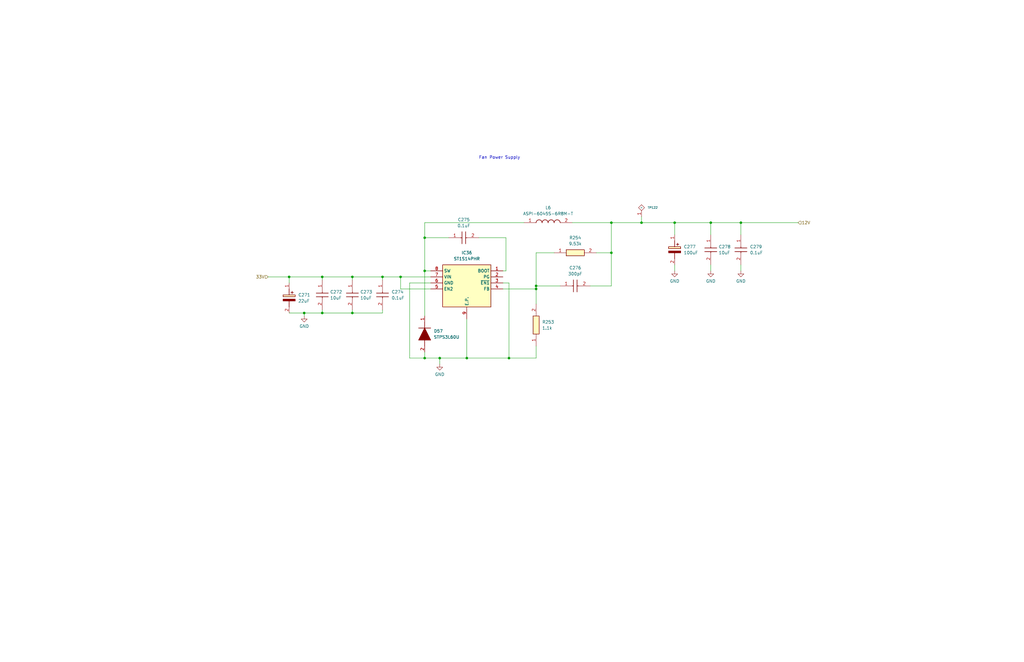
<source format=kicad_sch>
(kicad_sch (version 20230121) (generator eeschema)
  (paper "B")
  (lib_symbols
    (symbol "Audio System:865080343009" (pin_names hide)
      (property "Reference" "C" (at 8.89 6.35 0))
      (property "Value" "865080343009" (at 8.89 3.81 0))
      (symbol "865080343009_1_1"
        (polyline (pts (xy 2.54 0) (xy 5.08 0)) (stroke (width 0.254)))
        (polyline (pts (xy 4.064 1.778) (xy 4.064 0.762)) (stroke (width 0.254)))
        (polyline (pts (xy 4.572 1.27) (xy 3.556 1.27)) (stroke (width 0.254)))
        (polyline (pts (xy 7.62 0) (xy 10.16 0)) (stroke (width 0.254)))
        (polyline (pts (xy 7.62 2.54) (xy 7.62 -2.54) (xy 6.858 -2.54) (xy 6.858 2.54) (xy 7.62 2.54)) (stroke (width 0.254)) (fill (type outline)))
        (rectangle (start 5.08 2.54) (end 5.842 -2.54) (stroke (width 0.254)) (fill (type background)))
        (pin passive line (at 0 0 0) (length 2.54) (name "+") (number "1"))
        (pin passive line (at 12.7 0 180) (length 2.54) (name "-") (number "2"))
      )
    )
    (symbol "Audio System:ASPI-6045S-6R8M-T" (pin_names hide)
      (property "Reference" "L" (at 16.51 6.35 0))
      (property "Value" "ASPI-6045S-6R8M-T" (at 16.51 3.81 0))
      (symbol "ASPI-6045S-6R8M-T_1_1"
        (arc (start 7.62 0) (mid 6.35 1.219) (end 5.08 0) (stroke (width 0.254)))
        (arc (start 10.16 0) (mid 8.89 1.219) (end 7.62 0) (stroke (width 0.254)))
        (arc (start 12.7 0) (mid 11.43 1.219) (end 10.16 0) (stroke (width 0.254)))
        (arc (start 15.24 0) (mid 13.97 1.219) (end 12.7 0) (stroke (width 0.254)))
        (pin passive line (at 0 0 0) (length 5.08) (name "1") (number "1"))
        (pin passive line (at 20.32 0 180) (length 5.08) (name "2") (number "2"))
      )
    )
    (symbol "Audio System:C0603C104M5RACTU" (pin_names hide)
      (property "Reference" "C" (at 8.89 6.35 0))
      (property "Value" "C0603C104M5RACTU" (at 8.89 3.81 0))
      (symbol "C0603C104M5RACTU_1_1"
        (polyline (pts (xy 5.08 0) (xy 5.588 0)) (stroke (width 0.254)))
        (polyline (pts (xy 5.588 2.54) (xy 5.588 -2.54)) (stroke (width 0.254)))
        (polyline (pts (xy 7.112 0) (xy 7.62 0)) (stroke (width 0.254)))
        (polyline (pts (xy 7.112 2.54) (xy 7.112 -2.54)) (stroke (width 0.254)))
        (pin passive line (at 0 0 0) (length 5.08) (name "1") (number "1"))
        (pin passive line (at 12.7 0 180) (length 5.08) (name "2") (number "2"))
      )
    )
    (symbol "Audio System:CL31A106MBHNNNE" (pin_names hide)
      (property "Reference" "C" (at 8.89 6.35 0))
      (property "Value" "CL31A106MBHNNNE" (at 8.89 3.81 0))
      (symbol "CL31A106MBHNNNE_1_1"
        (polyline (pts (xy 5.08 0) (xy 5.588 0)) (stroke (width 0.254)))
        (polyline (pts (xy 5.588 2.54) (xy 5.588 -2.54)) (stroke (width 0.254)))
        (polyline (pts (xy 7.112 0) (xy 7.62 0)) (stroke (width 0.254)))
        (polyline (pts (xy 7.112 2.54) (xy 7.112 -2.54)) (stroke (width 0.254)))
        (pin passive line (at 0 0 0) (length 5.08) (name "1") (number "1"))
        (pin passive line (at 12.7 0 180) (length 5.08) (name "2") (number "2"))
      )
    )
    (symbol "Audio System:EEU-FR1H100B" (pin_names hide)
      (property "Reference" "C" (at 8.89 6.35 0))
      (property "Value" "EEU-FR1H100B" (at 8.89 3.81 0))
      (symbol "EEU-FR1H100B_1_1"
        (polyline (pts (xy 2.54 0) (xy 5.08 0)) (stroke (width 0.254)))
        (polyline (pts (xy 4.064 1.778) (xy 4.064 0.762)) (stroke (width 0.254)))
        (polyline (pts (xy 4.572 1.27) (xy 3.556 1.27)) (stroke (width 0.254)))
        (polyline (pts (xy 7.62 0) (xy 10.16 0)) (stroke (width 0.254)))
        (polyline (pts (xy 7.62 2.54) (xy 7.62 -2.54) (xy 6.858 -2.54) (xy 6.858 2.54) (xy 7.62 2.54)) (stroke (width 0.254)) (fill (type outline)))
        (rectangle (start 5.08 2.54) (end 5.842 -2.54) (stroke (width 0.254)) (fill (type background)))
        (pin passive line (at 0 0 0) (length 2.54) (name "+") (number "1"))
        (pin passive line (at 12.7 0 180) (length 2.54) (name "-") (number "2"))
      )
    )
    (symbol "Audio System:GCM1555C1H301JA16D" (pin_names hide)
      (property "Reference" "C" (at 8.89 6.35 0))
      (property "Value" "GCM1555C1H301JA16D" (at 8.89 3.81 0))
      (symbol "GCM1555C1H301JA16D_1_1"
        (polyline (pts (xy 5.08 0) (xy 5.588 0)) (stroke (width 0.254)))
        (polyline (pts (xy 5.588 2.54) (xy 5.588 -2.54)) (stroke (width 0.254)))
        (polyline (pts (xy 7.112 0) (xy 7.62 0)) (stroke (width 0.254)))
        (polyline (pts (xy 7.112 2.54) (xy 7.112 -2.54)) (stroke (width 0.254)))
        (pin passive line (at 0 0 0) (length 5.08) (name "1") (number "1"))
        (pin passive line (at 12.7 0 180) (length 5.08) (name "2") (number "2"))
      )
    )
    (symbol "Audio System:RC0603FR-071K1L" (pin_names hide)
      (property "Reference" "R" (at 13.97 6.35 0))
      (property "Value" "RC0603FR-071K1L" (at 13.97 3.81 0))
      (symbol "RC0603FR-071K1L_1_1"
        (rectangle (start 5.08 1.27) (end 12.7 -1.27) (stroke (width 0.254)) (fill (type background)))
        (pin passive line (at 0 0 0) (length 5.08) (name "1") (number "1"))
        (pin passive line (at 17.78 0 180) (length 5.08) (name "2") (number "2"))
      )
    )
    (symbol "Audio System:RC0603FR-079K53L" (pin_names hide)
      (property "Reference" "R" (at 13.97 6.35 0))
      (property "Value" "RC0603FR-079K53L" (at 13.97 3.81 0))
      (symbol "RC0603FR-079K53L_1_1"
        (rectangle (start 5.08 1.27) (end 12.7 -1.27) (stroke (width 0.254)) (fill (type background)))
        (pin passive line (at 0 0 0) (length 5.08) (name "1") (number "1"))
        (pin passive line (at 17.78 0 180) (length 5.08) (name "2") (number "2"))
      )
    )
    (symbol "Audio System:ST1S14PHR"
      (property "Reference" "IC" (at 26.67 7.62 0))
      (property "Value" "ST1S14PHR" (at 26.67 5.08 0))
      (symbol "ST1S14PHR_1_1"
        (rectangle (start 5.08 2.54) (end 25.4 -15.24) (stroke (width 0.254)) (fill (type background)))
        (pin passive line (at 0 0 0) (length 5.08) (name "BOOT") (number "1"))
        (pin passive line (at 0 -2.54 0) (length 5.08) (name "PG") (number "2"))
        (pin passive line (at 0 -5.08 0) (length 5.08) (name "~{EN1}") (number "3"))
        (pin passive line (at 0 -7.62 0) (length 5.08) (name "FB") (number "4"))
        (pin passive line (at 30.48 -7.62 180) (length 5.08) (name "EN2") (number "5"))
        (pin passive line (at 30.48 -5.08 180) (length 5.08) (name "GND") (number "6"))
        (pin passive line (at 30.48 -2.54 180) (length 5.08) (name "VIN") (number "7"))
        (pin passive line (at 30.48 0 180) (length 5.08) (name "SW") (number "8"))
        (pin passive line (at 15.24 -20.32 90) (length 5.08) (name "E.P.") (number "9"))
      )
    )
    (symbol "Audio System:STPS3L60U" (pin_names hide)
      (property "Reference" "D" (at 11.43 5.08 0))
      (property "Value" "STPS3L60U" (at 11.43 2.54 0))
      (symbol "STPS3L60U_1_1"
        (polyline (pts (xy 2.54 0) (xy 5.08 0)) (stroke (width 0.254)))
        (polyline (pts (xy 5.08 2.54) (xy 5.08 -2.54)) (stroke (width 0.254)))
        (polyline (pts (xy 10.16 0) (xy 12.7 0)) (stroke (width 0.254)))
        (polyline (pts (xy 5.08 0) (xy 10.16 2.54) (xy 10.16 -2.54) (xy 5.08 0)) (stroke (width 0.254)) (fill (type outline)))
        (pin passive line (at 0 0 0) (length 2.54) (name "K") (number "1"))
        (pin passive line (at 15.24 0 180) (length 2.54) (name "A") (number "2"))
      )
    )
    (symbol "Audio System:TP"
      (property "Reference" "TP" (at 2.54 -1.27 0))
      (symbol "TP_0_1"
        (polyline (pts (xy 0 -1.27) (xy 1.27 0) (xy 0 1.27) (xy -1.27 0) (xy 0 -1.27)))
      )
      (symbol "TP_1_1"
        (pin input line (at 0 -3.81 90) (length 2.54) (name "") (number "1"))
      )
    )
    (symbol "power:GND" (power) (pin_names (offset 0))
      (property "Value" "GND" (at 0 -3.81 0))
      (symbol "GND_0_1"
        (polyline (pts (xy 0 0) (xy 0 -1.27) (xy 1.27 -1.27) (xy 0 -2.54) (xy -1.27 -1.27) (xy 0 -1.27)))
      )
      (symbol "GND_1_1"
        (pin power_in line (at 0 0 270) (length 0) hide (name "GND") (number "1"))
      )
    )
  )
  (junction (at 270.51 93.98))
  (junction (at 179.07 151.13))
  (junction (at 196.85 151.13))
  (junction (at 135.89 116.84))
  (junction (at 135.89 132.08))
  (junction (at 299.72 93.98))
  (junction (at 128.27 132.08))
  (junction (at 257.81 106.68))
  (junction (at 226.06 121.92))
  (junction (at 284.48 93.98))
  (junction (at 226.06 120.65))
  (junction (at 168.91 116.84))
  (junction (at 148.59 132.08))
  (junction (at 257.81 93.98))
  (junction (at 179.07 100.33))
  (junction (at 148.59 116.84))
  (junction (at 121.92 116.84))
  (junction (at 185.42 151.13))
  (junction (at 161.29 116.84))
  (junction (at 312.42 93.98))
  (junction (at 214.63 151.13))
  (junction (at 179.07 114.3))
  (wire (pts (xy 299.72 93.98) (xy 299.72 99.06)))
  (wire (pts (xy 181.61 119.38) (xy 172.72 119.38)))
  (wire (pts (xy 312.42 111.76) (xy 312.42 114.3)))
  (wire (pts (xy 226.06 121.92) (xy 226.06 128.27)))
  (wire (pts (xy 299.72 93.98) (xy 312.42 93.98)))
  (wire (pts (xy 284.48 111.76) (xy 284.48 114.3)))
  (wire (pts (xy 270.51 91.44) (xy 270.51 93.98)))
  (wire (pts (xy 214.63 119.38) (xy 214.63 151.13)))
  (wire (pts (xy 128.27 132.08) (xy 128.27 133.35)))
  (wire (pts (xy 270.51 93.98) (xy 284.48 93.98)))
  (wire (pts (xy 257.81 93.98) (xy 270.51 93.98)))
  (wire (pts (xy 148.59 118.11) (xy 148.59 116.84)))
  (wire (pts (xy 113.03 116.84) (xy 121.92 116.84)))
  (wire (pts (xy 135.89 116.84) (xy 148.59 116.84)))
  (wire (pts (xy 172.72 119.38) (xy 172.72 151.13)))
  (wire (pts (xy 179.07 151.13) (xy 172.72 151.13)))
  (wire (pts (xy 135.89 130.81) (xy 135.89 132.08)))
  (wire (pts (xy 161.29 132.08) (xy 148.59 132.08)))
  (wire (pts (xy 284.48 93.98) (xy 299.72 93.98)))
  (wire (pts (xy 121.92 116.84) (xy 135.89 116.84)))
  (wire (pts (xy 213.36 114.3) (xy 213.36 100.33)))
  (wire (pts (xy 212.09 121.92) (xy 226.06 121.92)))
  (wire (pts (xy 214.63 151.13) (xy 196.85 151.13)))
  (wire (pts (xy 196.85 134.62) (xy 196.85 151.13)))
  (wire (pts (xy 148.59 116.84) (xy 161.29 116.84)))
  (wire (pts (xy 233.68 106.68) (xy 226.06 106.68)))
  (wire (pts (xy 179.07 148.59) (xy 179.07 151.13)))
  (wire (pts (xy 179.07 93.98) (xy 220.98 93.98)))
  (wire (pts (xy 226.06 151.13) (xy 226.06 146.05)))
  (wire (pts (xy 312.42 93.98) (xy 312.42 99.06)))
  (wire (pts (xy 185.42 151.13) (xy 196.85 151.13)))
  (wire (pts (xy 168.91 121.92) (xy 168.91 116.84)))
  (wire (pts (xy 248.92 120.65) (xy 257.81 120.65)))
  (wire (pts (xy 161.29 116.84) (xy 161.29 118.11)))
  (wire (pts (xy 185.42 151.13) (xy 179.07 151.13)))
  (wire (pts (xy 226.06 120.65) (xy 226.06 121.92)))
  (wire (pts (xy 189.23 100.33) (xy 179.07 100.33)))
  (wire (pts (xy 179.07 100.33) (xy 179.07 114.3)))
  (wire (pts (xy 236.22 120.65) (xy 226.06 120.65)))
  (wire (pts (xy 226.06 106.68) (xy 226.06 120.65)))
  (wire (pts (xy 168.91 116.84) (xy 181.61 116.84)))
  (wire (pts (xy 212.09 119.38) (xy 214.63 119.38)))
  (wire (pts (xy 121.92 132.08) (xy 128.27 132.08)))
  (wire (pts (xy 241.3 93.98) (xy 257.81 93.98)))
  (wire (pts (xy 135.89 132.08) (xy 148.59 132.08)))
  (wire (pts (xy 312.42 93.98) (xy 336.55 93.98)))
  (wire (pts (xy 251.46 106.68) (xy 257.81 106.68)))
  (wire (pts (xy 213.36 100.33) (xy 201.93 100.33)))
  (wire (pts (xy 181.61 121.92) (xy 168.91 121.92)))
  (wire (pts (xy 135.89 118.11) (xy 135.89 116.84)))
  (wire (pts (xy 179.07 114.3) (xy 179.07 133.35)))
  (wire (pts (xy 257.81 106.68) (xy 257.81 120.65)))
  (wire (pts (xy 148.59 132.08) (xy 148.59 130.81)))
  (wire (pts (xy 161.29 130.81) (xy 161.29 132.08)))
  (wire (pts (xy 299.72 111.76) (xy 299.72 114.3)))
  (wire (pts (xy 161.29 116.84) (xy 168.91 116.84)))
  (wire (pts (xy 212.09 114.3) (xy 213.36 114.3)))
  (wire (pts (xy 185.42 151.13) (xy 185.42 153.67)))
  (wire (pts (xy 179.07 100.33) (xy 179.07 93.98)))
  (wire (pts (xy 179.07 114.3) (xy 181.61 114.3)))
  (wire (pts (xy 121.92 116.84) (xy 121.92 119.38)))
  (wire (pts (xy 226.06 151.13) (xy 214.63 151.13)))
  (wire (pts (xy 284.48 93.98) (xy 284.48 99.06)))
  (wire (pts (xy 257.81 93.98) (xy 257.81 106.68)))
  (wire (pts (xy 128.27 132.08) (xy 135.89 132.08)))
  (text "Fan Power Supply\n" (at 201.93 67.31 0) (effects (font (size 1.27 1.27)) (justify left bottom)))
  (hierarchical_label "12V" (shape input) (at 336.55 93.98 0))
  (hierarchical_label "33V" (shape input) (at 113.03 116.84 180))
  (symbol (lib_id "power:GND") (at 284.48 114.3 0) (unit 1)
    (property "Reference" "#PWR0316" (effects hide))
    (property "Value" "GND" (at 284.48 118.618 0))
  )
  (symbol (lib_id "Audio System:CL31A106MBHNNNE") (at 299.72 99.06 270) (unit 1)
    (property "Reference" "C278" (at 303.022 104.14 90) (effects (justify left)))
    (property "Value" "10uF" (at 303.022 106.68 90) (effects (justify left)))
    (property "Footprint" "CAPC3216X180N" (effects hide))
    (property "Datasheet" "https://media.digikey.com/pdf/Data%20Sheets/Samsung%20PDFs/CL_Series_MLCC_ds.pdf" (effects hide))
    (property "Height" "1.8" (effects hide))
    (property "Manufacturer_Name" "SAMSUNG" (effects hide))
    (property "Manufacturer_Part_Number" "CL31A106MBHNNNE" (effects hide))
    (property "Mouser Part Number" "187-CL31A106MBHNNNE" (effects hide))
    (property "Mouser Price/Stock" "https://www.mouser.co.uk/ProductDetail/Samsung-Electro-Mechanics/CL31A106MBHNNNE?qs=vLWxofP3U2ynwxdpGjlUyw%3D%3D" (effects hide))
    (property "Arrow Part Number" "CL31A106MBHNNNE" (effects hide))
    (property "Arrow Price/Stock" "https://www.arrow.com/en/products/cl31a106mbhnnne/samsung-electro-mechanics?region=nac" (effects hide))
  )
  (symbol (lib_id "power:GND") (at 185.42 153.67 0) (unit 1)
    (property "Reference" "#PWR0315" (effects hide))
    (property "Value" "GND" (at 185.42 157.988 0))
  )
  (symbol (lib_id "Audio System:CL31A106MBHNNNE") (at 148.59 118.11 270) (unit 1)
    (property "Reference" "C273" (at 151.892 123.19 90) (effects (justify left)))
    (property "Value" "10uF" (at 151.892 125.73 90) (effects (justify left)))
    (property "Footprint" "CAPC3216X180N" (effects hide))
    (property "Datasheet" "https://media.digikey.com/pdf/Data%20Sheets/Samsung%20PDFs/CL_Series_MLCC_ds.pdf" (effects hide))
    (property "Height" "1.8" (effects hide))
    (property "Manufacturer_Name" "SAMSUNG" (effects hide))
    (property "Manufacturer_Part_Number" "CL31A106MBHNNNE" (effects hide))
    (property "Mouser Part Number" "187-CL31A106MBHNNNE" (effects hide))
    (property "Mouser Price/Stock" "https://www.mouser.co.uk/ProductDetail/Samsung-Electro-Mechanics/CL31A106MBHNNNE?qs=vLWxofP3U2ynwxdpGjlUyw%3D%3D" (effects hide))
    (property "Arrow Part Number" "CL31A106MBHNNNE" (effects hide))
    (property "Arrow Price/Stock" "https://www.arrow.com/en/products/cl31a106mbhnnne/samsung-electro-mechanics?region=nac" (effects hide))
  )
  (symbol (lib_id "Audio System:C0603C104M5RACTU") (at 312.42 99.06 270) (unit 1)
    (property "Reference" "C279" (at 316.23 104.14 90) (effects (justify left)))
    (property "Value" "0.1uF" (at 316.23 106.68 90) (effects (justify left)))
    (property "Footprint" "C0603" (effects hide))
    (property "Datasheet" "https://content.kemet.com/datasheets/KEM_C1002_X7R_SMD.pdf" (effects hide))
    (property "Height" "0.87" (effects hide))
    (property "Manufacturer_Name" "KEMET" (effects hide))
    (property "Manufacturer_Part_Number" "C0603C104M5RACTU" (effects hide))
    (property "Mouser Part Number" "80-C0603C104M5R" (effects hide))
    (property "Mouser Price/Stock" "https://www.mouser.co.uk/ProductDetail/KEMET/C0603C104M5RACTU?qs=YkRtRX%252BfoqJT%252B0m410IP4A%3D%3D" (effects hide))
    (property "Arrow Part Number" "C0603C104M5RACTU" (effects hide))
    (property "Arrow Price/Stock" "https://www.arrow.com/en/products/c0603c104m5ractu/kemet-corporation?utm_currency=USD&region=nac" (effects hide))
  )
  (symbol (lib_id "Audio System:RC0603FR-079K53L") (at 233.68 106.68 0) (unit 1)
    (property "Reference" "R254" (at 242.57 100.33 0))
    (property "Value" "9.53k" (at 242.57 102.87 0))
    (property "Footprint" "RESC1608X55N" (effects hide))
    (property "Datasheet" "http://www.yageo.com/documents/recent/PYu-RC0603_51_RoHS_L_v5.pdf" (effects hide))
    (property "Height" "0.55" (effects hide))
    (property "Manufacturer_Name" "KEMET" (effects hide))
    (property "Manufacturer_Part_Number" "RC0603FR-079K53L" (effects hide))
    (property "Mouser Part Number" "603-RC0603FR-079K53L" (effects hide))
    (property "Mouser Price/Stock" "https://www.mouser.co.uk/ProductDetail/Yageo/RC0603FR-079K53L?qs=2cAdsCoAWREFD9FeX3CIhg%3D%3D" (effects hide))
    (property "Arrow Part Number" "RC0603FR-079K53L" (effects hide))
    (property "Arrow Price/Stock" "https://www.arrow.com/en/products/rc0603fr-079k53l/yageo" (effects hide))
  )
  (symbol (lib_id "Audio System:TP") (at 270.51 87.63 0) (unit 1) (in_bom no)
    (property "Reference" "TP122" (at 273.05 87.6299 0) (effects (font (size 0.9 0.9)) (justify left)))
    (property "Value" "~" (at 270.51 87.63 0))
    (property "Footprint" "Audio System:TP" (effects hide))
    (property "Sim.Enable" "0" (effects hide))
  )
  (symbol (lib_id "Audio System:STPS3L60U") (at 179.07 133.35 270) (unit 1)
    (property "Reference" "D57" (at 182.88 139.7 90) (effects (justify left)))
    (property "Value" "STPS3L60U" (at 182.88 142.24 90) (effects (justify left)))
    (property "Footprint" "SMBJ50CA" (effects hide))
    (property "Datasheet" "http://www.st.com/web/en/resource/technical/document/datasheet/CD00002286.pdf" (effects hide))
    (property "Height" "2.65" (effects hide))
    (property "Manufacturer_Name" "STMicroelectronics" (effects hide))
    (property "Manufacturer_Part_Number" "STPS3L60U" (effects hide))
    (property "Mouser Part Number" "511-STPS3L60U" (effects hide))
    (property "Mouser Price/Stock" "https://www.mouser.co.uk/ProductDetail/STMicroelectronics/STPS3L60U?qs=NP3vpjCFX6iwV3DBAjttBw%3D%3D" (effects hide))
    (property "Arrow Part Number" "STPS3L60U" (effects hide))
    (property "Arrow Price/Stock" "https://www.arrow.com/en/products/stps3l60u/stmicroelectronics?region=europe" (effects hide))
  )
  (symbol (lib_id "Audio System:ASPI-6045S-6R8M-T") (at 220.98 93.98 0) (unit 1)
    (property "Reference" "L6" (at 231.14 87.63 0))
    (property "Value" "ASPI-6045S-6R8M-T" (at 231.14 90.17 0))
    (property "Footprint" "ASPI-6045S" (effects hide))
    (property "Datasheet" "https://abracon.com/Magnetics/power/ASPI-6045S.pdf" (effects hide))
    (property "Height" "4.5" (effects hide))
    (property "Manufacturer_Name" "ABRACON" (effects hide))
    (property "Manufacturer_Part_Number" "ASPI-6045S-6R8M-T" (effects hide))
    (property "Mouser Part Number" "815-ASPI-6045S-6R8MT" (effects hide))
    (property "Mouser Price/Stock" "https://www.mouser.co.uk/ProductDetail/ABRACON/ASPI-6045S-6R8M-T?qs=Y3s8Jkk9bu9mAbWIGyDq8w%3D%3D" (effects hide))
    (property "Arrow Part Number" "ASPI-6045S-6R8M-T" (effects hide))
    (property "Arrow Price/Stock" "https://www.arrow.com/en/products/aspi-6045s-6r8m-t/abracon?region=europe" (effects hide))
  )
  (symbol (lib_id "Audio System:RC0603FR-071K1L") (at 226.06 146.05 90) (unit 1)
    (property "Reference" "R253" (at 228.6 135.89 90) (effects (justify right)))
    (property "Value" "1.1k" (at 228.6 138.43 90) (effects (justify right)))
    (property "Footprint" "RESC1608X55N" (effects hide))
    (property "Datasheet" "https://www.mouser.com/datasheet/2/447/PYu-RC_Group_51_RoHS_L_9-1314892.pdf" (effects hide))
    (property "Height" "0.55" (effects hide))
    (property "Manufacturer_Name" "YAGEO" (effects hide))
    (property "Manufacturer_Part_Number" "RC0603FR-071K1L" (effects hide))
    (property "Mouser Part Number" "603-RC0603FR-071K1L" (effects hide))
    (property "Mouser Price/Stock" "https://www.mouser.co.uk/ProductDetail/YAGEO/RC0603FR-071K1L?qs=qOORb529CA13A6%252BuNPCZDQ%3D%3D" (effects hide))
  )
  (symbol (lib_id "Audio System:865080343009") (at 284.48 99.06 270) (unit 1)
    (property "Reference" "C277" (at 288.29 104.14 90) (effects (justify left)))
    (property "Value" "100uF" (at 288.29 106.68 90) (effects (justify left)))
    (property "Footprint" "865080343009" (effects hide))
    (property "Datasheet" "https://www.we-online.com/components/products/datasheet/865080343009.pdf" (effects hide))
    (property "Height" "5" (effects hide))
    (property "Manufacturer_Name" "Wurth Elektronik" (effects hide))
    (property "Manufacturer_Part_Number" "865080343009" (effects hide))
    (property "Mouser Part Number" "710-865080343009" (effects hide))
    (property "Mouser Price/Stock" "https://www.mouser.co.uk/ProductDetail/Wurth-Elektronik/865080343009?qs=0KOYDY2FL28Gid9q%2FqirTQ%3D%3D" (effects hide))
  )
  (symbol (lib_id "Audio System:C0603C104M5RACTU") (at 189.23 100.33 0) (unit 1)
    (property "Reference" "C275" (at 195.58 92.71 0))
    (property "Value" "0.1uF" (at 195.58 95.25 0))
    (property "Footprint" "C0603" (effects hide))
    (property "Datasheet" "https://content.kemet.com/datasheets/KEM_C1002_X7R_SMD.pdf" (effects hide))
    (property "Height" "0.87" (effects hide))
    (property "Manufacturer_Name" "KEMET" (effects hide))
    (property "Manufacturer_Part_Number" "C0603C104M5RACTU" (effects hide))
    (property "Mouser Part Number" "80-C0603C104M5R" (effects hide))
    (property "Mouser Price/Stock" "https://www.mouser.co.uk/ProductDetail/KEMET/C0603C104M5RACTU?qs=YkRtRX%252BfoqJT%252B0m410IP4A%3D%3D" (effects hide))
    (property "Arrow Part Number" "C0603C104M5RACTU" (effects hide))
    (property "Arrow Price/Stock" "https://www.arrow.com/en/products/c0603c104m5ractu/kemet-corporation?utm_currency=USD&region=nac" (effects hide))
  )
  (symbol (lib_id "Audio System:EEU-FR1H100B") (at 121.92 119.38 270) (unit 1)
    (property "Reference" "C271" (at 125.73 124.46 90) (effects (justify left)))
    (property "Value" "22uF" (at 125.73 127 90) (effects (justify left)))
    (property "Footprint" "CAPPRD200W55D500H1250" (effects hide))
    (property "Datasheet" "http://industrial.panasonic.com/cdbs/www-data/pdf/RDF0000/ABA0000C1259.pdf" (effects hide))
    (property "Height" "12.5" (effects hide))
    (property "Manufacturer_Name" "Panasonic" (effects hide))
    (property "Manufacturer_Part_Number" "EEU-FR1H100B" (effects hide))
    (property "Mouser Part Number" "667-EEU-FR1H100B" (effects hide))
    (property "Mouser Price/Stock" "https://www.mouser.co.uk/ProductDetail/Panasonic/EEU-FR1H100B?qs=tfZGHB2PWd1xuGJO0KXeNw%3D%3D" (effects hide))
    (property "Arrow Part Number" "EEU-FR1H100B" (effects hide))
    (property "Arrow Price/Stock" "https://www.arrow.com/en/products/eeu-fr1h100b/panasonic?region=nac" (effects hide))
  )
  (symbol (lib_id "Audio System:CL31A106MBHNNNE") (at 135.89 118.11 270) (unit 1)
    (property "Reference" "C272" (at 139.192 123.19 90) (effects (justify left)))
    (property "Value" "10uF" (at 139.192 125.73 90) (effects (justify left)))
    (property "Footprint" "CAPC3216X180N" (effects hide))
    (property "Datasheet" "https://media.digikey.com/pdf/Data%20Sheets/Samsung%20PDFs/CL_Series_MLCC_ds.pdf" (effects hide))
    (property "Height" "1.8" (effects hide))
    (property "Manufacturer_Name" "SAMSUNG" (effects hide))
    (property "Manufacturer_Part_Number" "CL31A106MBHNNNE" (effects hide))
    (property "Mouser Part Number" "187-CL31A106MBHNNNE" (effects hide))
    (property "Mouser Price/Stock" "https://www.mouser.co.uk/ProductDetail/Samsung-Electro-Mechanics/CL31A106MBHNNNE?qs=vLWxofP3U2ynwxdpGjlUyw%3D%3D" (effects hide))
    (property "Arrow Part Number" "CL31A106MBHNNNE" (effects hide))
    (property "Arrow Price/Stock" "https://www.arrow.com/en/products/cl31a106mbhnnne/samsung-electro-mechanics?region=nac" (effects hide))
  )
  (symbol (lib_id "power:GND") (at 299.72 114.3 0) (unit 1)
    (property "Reference" "#PWR0317" (effects hide))
    (property "Value" "GND" (at 299.72 118.618 0))
  )
  (symbol (lib_id "power:GND") (at 312.42 114.3 0) (unit 1)
    (property "Reference" "#PWR0318" (effects hide))
    (property "Value" "GND" (at 312.42 118.618 0))
  )
  (symbol (lib_id "power:GND") (at 128.27 133.35 0) (unit 1)
    (property "Reference" "#PWR0314" (effects hide))
    (property "Value" "GND" (at 128.27 137.668 0))
  )
  (symbol (lib_id "Audio System:C0603C104M5RACTU") (at 161.29 118.11 270) (unit 1)
    (property "Reference" "C274" (at 165.1 123.19 90) (effects (justify left)))
    (property "Value" "0.1uF" (at 165.1 125.73 90) (effects (justify left)))
    (property "Footprint" "C0603" (effects hide))
    (property "Datasheet" "https://content.kemet.com/datasheets/KEM_C1002_X7R_SMD.pdf" (effects hide))
    (property "Height" "0.87" (effects hide))
    (property "Manufacturer_Name" "KEMET" (effects hide))
    (property "Manufacturer_Part_Number" "C0603C104M5RACTU" (effects hide))
    (property "Mouser Part Number" "80-C0603C104M5R" (effects hide))
    (property "Mouser Price/Stock" "https://www.mouser.co.uk/ProductDetail/KEMET/C0603C104M5RACTU?qs=YkRtRX%252BfoqJT%252B0m410IP4A%3D%3D" (effects hide))
    (property "Arrow Part Number" "C0603C104M5RACTU" (effects hide))
    (property "Arrow Price/Stock" "https://www.arrow.com/en/products/c0603c104m5ractu/kemet-corporation?utm_currency=USD&region=nac" (effects hide))
  )
  (symbol (lib_id "Audio System:ST1S14PHR") (at 212.09 114.3 0) (mirror y) (unit 1)
    (property "Reference" "IC36" (at 196.85 106.68 0))
    (property "Value" "ST1S14PHR" (at 196.85 109.22 0))
    (property "Footprint" "SOIC127P600X175-9N" (effects hide))
    (property "Datasheet" "http://www.st.com/web/en/resource/technical/document/datasheet/CD00285678.pdf" (effects hide))
    (property "Height" "1.75" (effects hide))
    (property "Manufacturer_Name" "STMicroelectronics" (effects hide))
    (property "Manufacturer_Part_Number" "ST1S14PHR" (effects hide))
    (property "Mouser Part Number" "511-ST1S14PHR" (effects hide))
    (property "Mouser Price/Stock" "https://www.mouser.co.uk/ProductDetail/STMicroelectronics/ST1S14PHR?qs=NQm4g1eHia4Ogn8sLa%252BqDg%3D%3D" (effects hide))
    (property "Arrow Part Number" "ST1S14PHR" (effects hide))
    (property "Arrow Price/Stock" "https://www.arrow.com/en/products/st1s14phr/stmicroelectronics?region=europe" (effects hide))
  )
  (symbol (lib_id "Audio System:GCM1555C1H301JA16D") (at 236.22 120.65 0) (unit 1)
    (property "Reference" "C276" (at 242.57 113.03 0))
    (property "Value" "300pF" (at 242.57 115.57 0))
    (property "Footprint" "GCM155" (effects hide))
    (property "Datasheet" "https://search.murata.co.jp/Ceramy/image/img/A01X/G101/ENG/GCM1555C1H301JA16-01.pdf" (effects hide))
    (property "Height" "0.55" (effects hide))
    (property "Manufacturer_Name" "Murata Electronics" (effects hide))
    (property "Manufacturer_Part_Number" "GCM1555C1H301JA16D" (effects hide))
    (property "Mouser Part Number" "81-GCM1555C1H301JA6D" (effects hide))
    (property "Mouser Price/Stock" "https://www.mouser.com/Search/Refine.aspx?Keyword=81-GCM1555C1H301JA6D" (effects hide))
  )
)
</source>
